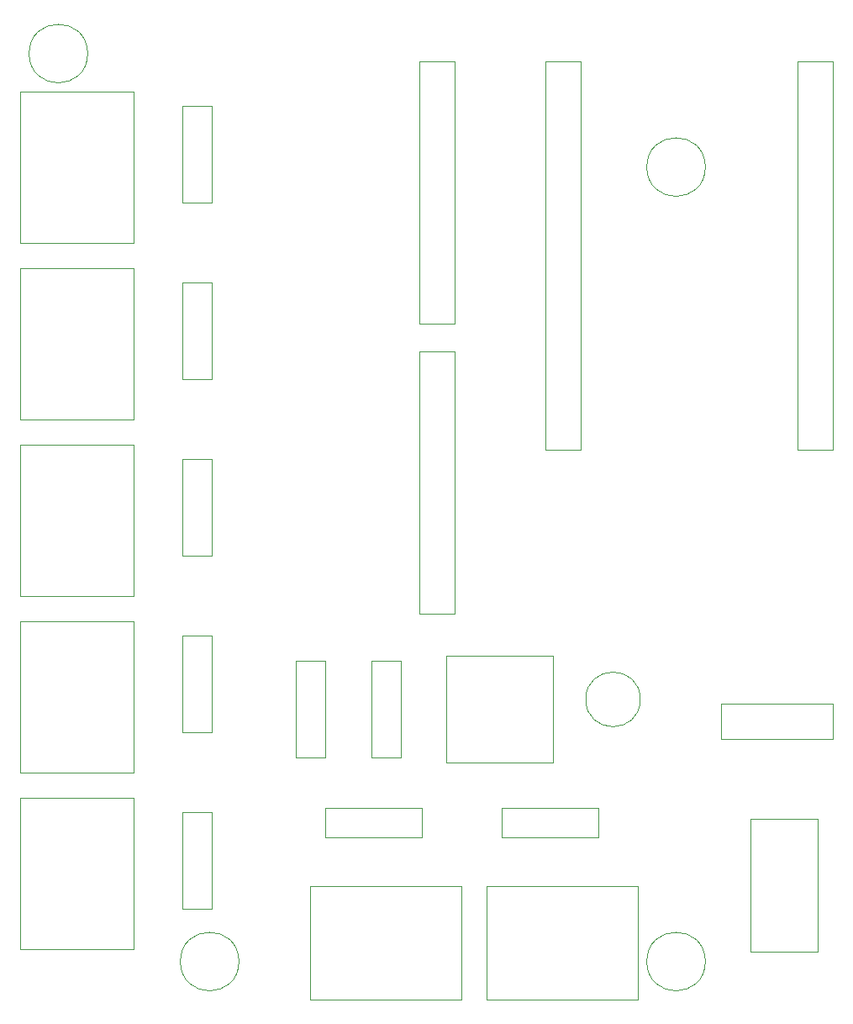
<source format=gbr>
%TF.GenerationSoftware,KiCad,Pcbnew,(5.1.9)-1*%
%TF.CreationDate,2021-03-31T06:49:38+07:00*%
%TF.ProjectId,Rev.1a,5265762e-3161-42e6-9b69-6361645f7063,rev?*%
%TF.SameCoordinates,Original*%
%TF.FileFunction,Other,User*%
%FSLAX46Y46*%
G04 Gerber Fmt 4.6, Leading zero omitted, Abs format (unit mm)*
G04 Created by KiCad (PCBNEW (5.1.9)-1) date 2021-03-31 06:49:38*
%MOMM*%
%LPD*%
G01*
G04 APERTURE LIST*
%ADD10C,0.050000*%
G04 APERTURE END LIST*
D10*
%TO.C,REF\u002A\u002A*%
X121060000Y-41910000D02*
G75*
G03*
X121060000Y-41910000I-2950000J0D01*
G01*
X121060000Y-121920000D02*
G75*
G03*
X121060000Y-121920000I-2950000J0D01*
G01*
X74070000Y-121920000D02*
G75*
G03*
X74070000Y-121920000I-2950000J0D01*
G01*
X58830000Y-30480000D02*
G75*
G03*
X58830000Y-30480000I-2950000J0D01*
G01*
%TO.C,U3*%
X95780000Y-86890000D02*
X92230000Y-86890000D01*
X92230000Y-86890000D02*
X92230000Y-60490000D01*
X92230000Y-60490000D02*
X95780000Y-60490000D01*
X95780000Y-60490000D02*
X95780000Y-86890000D01*
%TO.C,U4*%
X95780000Y-31280000D02*
X95780000Y-57680000D01*
X92230000Y-31280000D02*
X95780000Y-31280000D01*
X92230000Y-57680000D02*
X92230000Y-31280000D01*
X95780000Y-57680000D02*
X92230000Y-57680000D01*
%TO.C,J3*%
X63500000Y-120650000D02*
X52070000Y-120650000D01*
X52070000Y-120650000D02*
X52070000Y-105410000D01*
X52070000Y-105410000D02*
X63500000Y-105410000D01*
X63500000Y-105410000D02*
X63500000Y-120650000D01*
%TO.C,J7*%
X63500000Y-34290000D02*
X63500000Y-49530000D01*
X52070000Y-34290000D02*
X63500000Y-34290000D01*
X52070000Y-49530000D02*
X52070000Y-34290000D01*
X63500000Y-49530000D02*
X52070000Y-49530000D01*
%TO.C,J2*%
X81280000Y-114300000D02*
X96520000Y-114300000D01*
X81280000Y-125730000D02*
X81280000Y-114300000D01*
X96520000Y-125730000D02*
X81280000Y-125730000D01*
X96520000Y-114300000D02*
X96520000Y-125730000D01*
%TO.C,J6*%
X63500000Y-67310000D02*
X52070000Y-67310000D01*
X52070000Y-67310000D02*
X52070000Y-52070000D01*
X52070000Y-52070000D02*
X63500000Y-52070000D01*
X63500000Y-52070000D02*
X63500000Y-67310000D01*
%TO.C,J1*%
X114300000Y-114300000D02*
X114300000Y-125730000D01*
X114300000Y-125730000D02*
X99060000Y-125730000D01*
X99060000Y-125730000D02*
X99060000Y-114300000D01*
X99060000Y-114300000D02*
X114300000Y-114300000D01*
%TO.C,J5*%
X63500000Y-69850000D02*
X63500000Y-85090000D01*
X52070000Y-69850000D02*
X63500000Y-69850000D01*
X52070000Y-85090000D02*
X52070000Y-69850000D01*
X63500000Y-85090000D02*
X52070000Y-85090000D01*
%TO.C,J4*%
X63500000Y-102870000D02*
X52070000Y-102870000D01*
X52070000Y-102870000D02*
X52070000Y-87630000D01*
X52070000Y-87630000D02*
X63500000Y-87630000D01*
X63500000Y-87630000D02*
X63500000Y-102870000D01*
%TO.C,<-----25.4mm----->*%
X133880000Y-31280000D02*
X133880000Y-70380000D01*
X130330000Y-31280000D02*
X133880000Y-31280000D01*
X130330000Y-70380000D02*
X130330000Y-31280000D01*
X133880000Y-70380000D02*
X130330000Y-70380000D01*
%TO.C,ESP32/ESP8266*%
X108480000Y-31280000D02*
X108480000Y-70380000D01*
X104930000Y-31280000D02*
X108480000Y-31280000D01*
X104930000Y-70380000D02*
X104930000Y-31280000D01*
X108480000Y-70380000D02*
X104930000Y-70380000D01*
%TO.C,R3*%
X68350000Y-106900000D02*
X68350000Y-116620000D01*
X71350000Y-106900000D02*
X68350000Y-106900000D01*
X71350000Y-116620000D02*
X71350000Y-106900000D01*
X68350000Y-116620000D02*
X71350000Y-116620000D01*
%TO.C,R7*%
X71350000Y-35780000D02*
X68350000Y-35780000D01*
X68350000Y-35780000D02*
X68350000Y-45500000D01*
X68350000Y-45500000D02*
X71350000Y-45500000D01*
X71350000Y-45500000D02*
X71350000Y-35780000D01*
%TO.C,R2*%
X92490000Y-109450000D02*
X92490000Y-106450000D01*
X92490000Y-106450000D02*
X82770000Y-106450000D01*
X82770000Y-106450000D02*
X82770000Y-109450000D01*
X82770000Y-109450000D02*
X92490000Y-109450000D01*
%TO.C,R6*%
X71350000Y-63280000D02*
X71350000Y-53560000D01*
X68350000Y-63280000D02*
X71350000Y-63280000D01*
X68350000Y-53560000D02*
X68350000Y-63280000D01*
X71350000Y-53560000D02*
X68350000Y-53560000D01*
%TO.C,R1*%
X110270000Y-109450000D02*
X110270000Y-106450000D01*
X110270000Y-106450000D02*
X100550000Y-106450000D01*
X100550000Y-106450000D02*
X100550000Y-109450000D01*
X100550000Y-109450000D02*
X110270000Y-109450000D01*
%TO.C,R5*%
X71350000Y-81060000D02*
X71350000Y-71340000D01*
X68350000Y-81060000D02*
X71350000Y-81060000D01*
X68350000Y-71340000D02*
X68350000Y-81060000D01*
X71350000Y-71340000D02*
X68350000Y-71340000D01*
%TO.C,R4*%
X71350000Y-98840000D02*
X71350000Y-89120000D01*
X68350000Y-98840000D02*
X71350000Y-98840000D01*
X68350000Y-89120000D02*
X68350000Y-98840000D01*
X71350000Y-89120000D02*
X68350000Y-89120000D01*
%TO.C,R8*%
X90400000Y-91660000D02*
X87400000Y-91660000D01*
X87400000Y-91660000D02*
X87400000Y-101380000D01*
X87400000Y-101380000D02*
X90400000Y-101380000D01*
X90400000Y-101380000D02*
X90400000Y-91660000D01*
%TO.C,R9*%
X79780000Y-91660000D02*
X79780000Y-101380000D01*
X82780000Y-91660000D02*
X79780000Y-91660000D01*
X82780000Y-101380000D02*
X82780000Y-91660000D01*
X79780000Y-101380000D02*
X82780000Y-101380000D01*
%TO.C,U1*%
X105740000Y-101860000D02*
X105740000Y-91160000D01*
X94940000Y-101860000D02*
X105740000Y-101860000D01*
X94940000Y-91160000D02*
X94940000Y-101860000D01*
X105740000Y-91160000D02*
X94940000Y-91160000D01*
%TO.C,U5*%
X133880000Y-95990000D02*
X133880000Y-99540000D01*
X133880000Y-99540000D02*
X122680000Y-99540000D01*
X122680000Y-99540000D02*
X122680000Y-95990000D01*
X122680000Y-95990000D02*
X133880000Y-95990000D01*
%TO.C,U6*%
X132390000Y-120940000D02*
X132390000Y-107540000D01*
X125640000Y-120940000D02*
X132390000Y-120940000D01*
X125640000Y-107540000D02*
X125640000Y-120940000D01*
X132390000Y-107540000D02*
X125640000Y-107540000D01*
%TO.C,C1*%
X114510000Y-95520000D02*
G75*
G03*
X114510000Y-95520000I-2750000J0D01*
G01*
%TD*%
M02*

</source>
